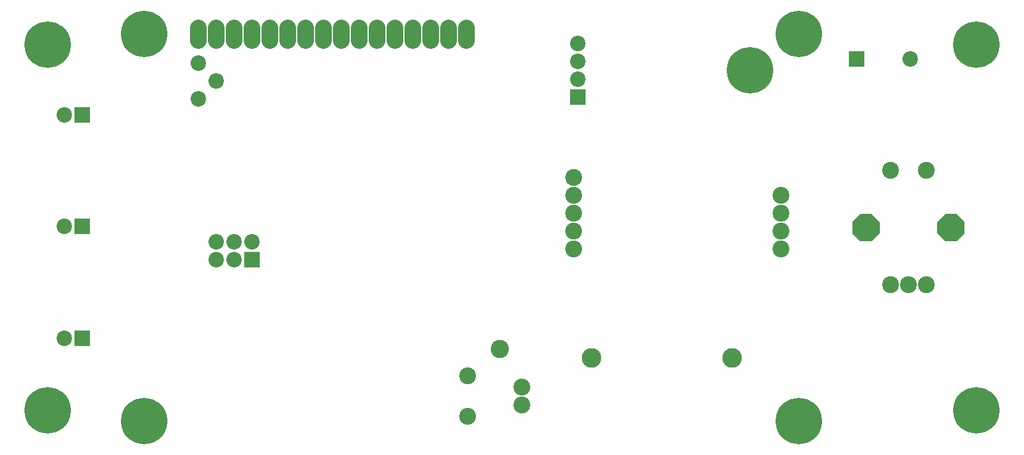
<source format=gbr>
%FSLAX34Y34*%
%MOMM*%
%LNSOLDERMASK_TOP*%
G71*
G01*
%ADD10C, 2.400*%
%ADD11C, 2.400*%
%ADD12C, 2.200*%
%ADD13C, 6.600*%
%ADD14C, 2.200*%
%ADD15C, 2.800*%
%ADD16C, 2.200*%
%ADD17C, 2.600*%
%ADD18C, 2.400*%
%LPD*%
G54D10*
X294000Y628600D02*
X294000Y610600D01*
G54D10*
X319400Y628600D02*
X319400Y610600D01*
G54D10*
X344800Y628600D02*
X344800Y610600D01*
G54D10*
X370200Y628600D02*
X370200Y610600D01*
G54D10*
X395600Y628600D02*
X395600Y610600D01*
G54D10*
X421000Y628600D02*
X421000Y610600D01*
G54D10*
X446400Y628600D02*
X446400Y610600D01*
G54D10*
X471800Y628600D02*
X471800Y610600D01*
G54D10*
X497200Y628600D02*
X497200Y610600D01*
G54D10*
X522600Y628600D02*
X522600Y610600D01*
G54D10*
X548000Y628600D02*
X548000Y610600D01*
G54D10*
X573400Y628600D02*
X573400Y610600D01*
G54D10*
X598800Y628600D02*
X598800Y610600D01*
G54D10*
X624200Y628600D02*
X624200Y610600D01*
G54D10*
X649600Y628600D02*
X649600Y610600D01*
G54D10*
X675000Y628600D02*
X675000Y610600D01*
X1278250Y264000D02*
G54D11*
D03*
X1303650Y264000D02*
G54D11*
D03*
X1329050Y264000D02*
G54D11*
D03*
X1278250Y425925D02*
G54D11*
D03*
X1329050Y425925D02*
G54D11*
D03*
G36*
X1223825Y353054D02*
X1235233Y364462D01*
X1251417Y364462D01*
X1262825Y353054D01*
X1262825Y336870D01*
X1251417Y325462D01*
X1235233Y325462D01*
X1223825Y336870D01*
X1223825Y353054D01*
G37*
G36*
X1344475Y353054D02*
X1355883Y364462D01*
X1372067Y364462D01*
X1383475Y353054D01*
X1383475Y336870D01*
X1372067Y325462D01*
X1355883Y325462D01*
X1344475Y336870D01*
X1344475Y353054D01*
G37*
G36*
X139900Y494300D02*
X117900Y494300D01*
X117900Y516300D01*
X139900Y516300D01*
X139900Y494300D01*
G37*
X103500Y505300D02*
G54D12*
D03*
G36*
X139900Y335550D02*
X117900Y335550D01*
X117900Y357550D01*
X139900Y357550D01*
X139900Y335550D01*
G37*
X103500Y346550D02*
G54D12*
D03*
G36*
X139900Y176800D02*
X117900Y176800D01*
X117900Y198800D01*
X139900Y198800D01*
X139900Y176800D01*
G37*
X103500Y187800D02*
G54D12*
D03*
X80000Y605000D02*
G54D13*
D03*
X80000Y85000D02*
G54D13*
D03*
X1400000Y85000D02*
G54D13*
D03*
X1400000Y605000D02*
G54D13*
D03*
G36*
X1219000Y596000D02*
X1241000Y596000D01*
X1241000Y574000D01*
X1219000Y574000D01*
X1219000Y596000D01*
G37*
X1306200Y585000D02*
G54D14*
D03*
X1052825Y159225D02*
G54D15*
D03*
X852825Y159225D02*
G54D15*
D03*
G36*
X359200Y287925D02*
X359200Y309925D01*
X381200Y309925D01*
X381200Y287925D01*
X359200Y287925D01*
G37*
X370200Y324325D02*
G54D16*
D03*
X344800Y298925D02*
G54D16*
D03*
X344800Y324325D02*
G54D16*
D03*
X319400Y298925D02*
G54D16*
D03*
X319400Y324325D02*
G54D16*
D03*
X294000Y527525D02*
G54D12*
D03*
X294000Y578325D02*
G54D12*
D03*
X319400Y552925D02*
G54D12*
D03*
X722625Y171925D02*
G54D17*
D03*
G36*
X822750Y519700D02*
X822750Y541700D01*
X844750Y541700D01*
X844750Y519700D01*
X822750Y519700D01*
G37*
X833750Y556100D02*
G54D14*
D03*
X833750Y581500D02*
G54D14*
D03*
X833750Y606900D02*
G54D14*
D03*
X1122675Y391000D02*
G54D11*
D03*
X1122675Y365600D02*
G54D11*
D03*
X1122675Y340200D02*
G54D11*
D03*
X1122675Y314800D02*
G54D11*
D03*
X827400Y314800D02*
G54D11*
D03*
X827400Y340200D02*
G54D11*
D03*
X827400Y365600D02*
G54D11*
D03*
X827400Y391000D02*
G54D11*
D03*
X827400Y416400D02*
G54D11*
D03*
X217400Y620000D02*
G54D13*
D03*
X217400Y70000D02*
G54D13*
D03*
X1147400Y70000D02*
G54D13*
D03*
X1147400Y620000D02*
G54D13*
D03*
X1078225Y568800D02*
G54D13*
D03*
X754375Y117950D02*
G54D18*
D03*
X754375Y92550D02*
G54D18*
D03*
X676588Y133825D02*
G54D18*
D03*
X676588Y76675D02*
G54D18*
D03*
M02*

</source>
